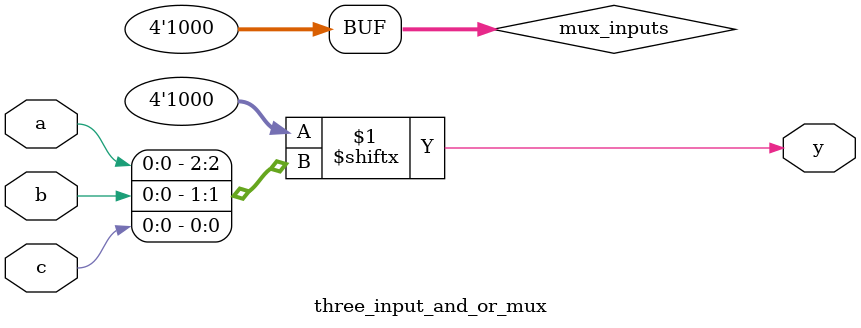
<source format=v>
`timescale 1ns / 1ps

module three_input_and_or_mux (
    input wire a,
    input wire b,
    input wire c,
    output wire y
);
    wire [3:0] mux_inputs;

    assign mux_inputs[0] = 0;  // 000 -> 0
    assign mux_inputs[1] = 0;  // 001 -> 0
    assign mux_inputs[2] = 0;  // 010 -> 0
    assign mux_inputs[3] = 1;  // 011 -> 1
    assign mux_inputs[4] = 0;  // 100 -> 0
    assign mux_inputs[5] = 1;  // 101 -> 1
    assign mux_inputs[6] = 1;  // 110 -> 1
    assign mux_inputs[7] = 1;  // 111 -> 1

    assign y = mux_inputs[{a, b, c}];
endmodule

</source>
